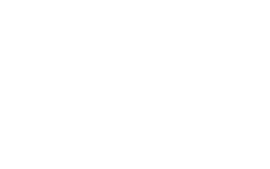
<source format=gbp>
G04*
G04 #@! TF.GenerationSoftware,Altium Limited,Altium Designer,24.9.1 (31)*
G04*
G04 Layer_Color=128*
%FSLAX44Y44*%
%MOMM*%
G71*
G04*
G04 #@! TF.SameCoordinates,22B4A0D8-32B4-4856-A8F8-6707C093DBDE*
G04*
G04*
G04 #@! TF.FilePolarity,Positive*
G04*
G01*
G75*
%ADD69C,0.0856*%
D69*
X398780Y715010D02*
D03*
X590550Y850900D02*
D03*
X481330Y717550D02*
D03*
X615950D02*
D03*
X505460Y753110D02*
D03*
M02*

</source>
